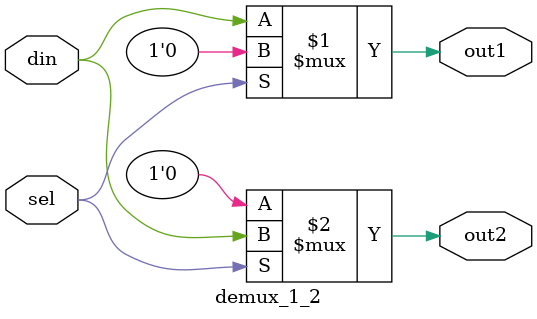
<source format=v>
 module demux_1_2(input din, sel, output out1, out2);

    assign out1 = (sel)? 1'b0: din;
    assign out2 = (sel)? din : 1'b0;

 endmodule

</source>
